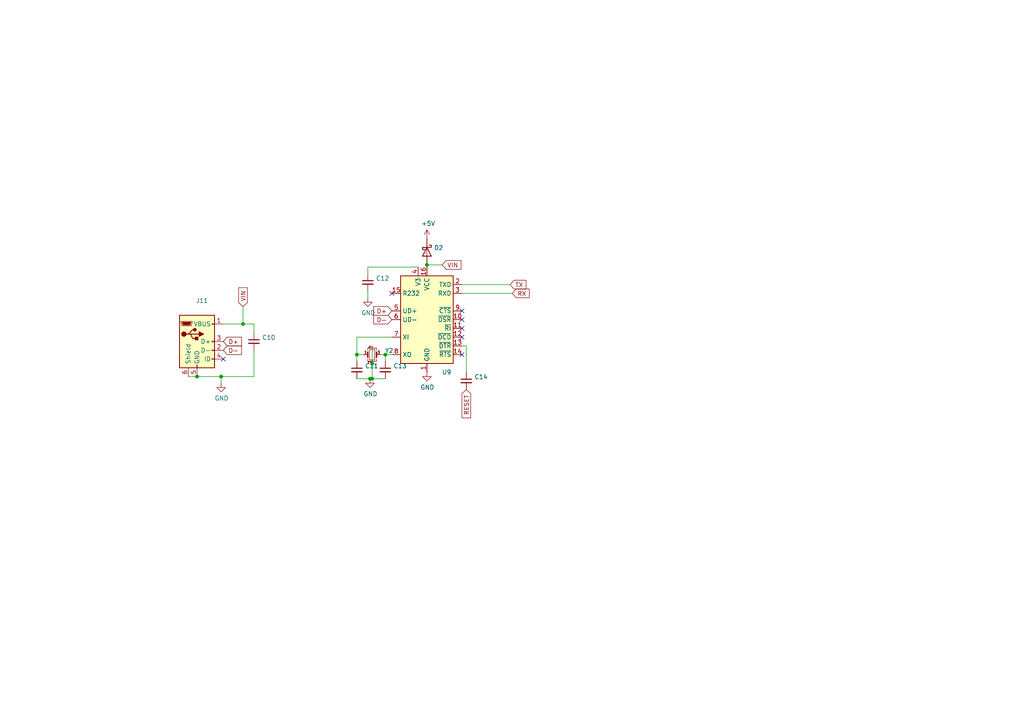
<source format=kicad_sch>
(kicad_sch (version 20211123) (generator eeschema)
  (paper "A4")
  (lib_symbols
    (symbol "Connector:USB_B_Micro" (pin_names (offset 1.016))
      (property "Reference" "J" (at -5.08 11.43 0))
      (property "Value" "USB_B_Micro" (at -5.08 8.89 0))
      (symbol "USB_B_Micro_0_1"
        (rectangle (start -5.08 -7.62) (end 5.08 7.62) (stroke (width 0.254)) (fill (type background)))
        (circle (center -3.81 2.159) (radius 0.635) (stroke (width 0.254)) (fill (type outline)))
        (circle (center -0.635 3.429) (radius 0.381) (stroke (width 0.254)) (fill (type outline)))
        (rectangle (start -0.127 -7.62) (end 0.127 -6.858))
        (polyline (pts (xy -1.905 2.159) (xy 0.635 2.159)) (stroke (width 0.254)))
        (polyline (pts (xy -3.175 2.159) (xy -2.54 2.159) (xy -1.27 3.429) (xy -0.635 3.429)) (stroke (width 0.254)))
        (polyline (pts (xy -2.54 2.159) (xy -1.905 2.159) (xy -1.27 0.889) (xy 0 0.889)) (stroke (width 0.254)))
        (polyline (pts (xy 0.635 2.794) (xy 0.635 1.524) (xy 1.905 2.159) (xy 0.635 2.794)) (stroke (width 0.254)) (fill (type outline)))
        (polyline (pts (xy -4.318 5.588) (xy -1.778 5.588) (xy -2.032 4.826) (xy -4.064 4.826) (xy -4.318 5.588)) (fill (type outline)))
        (polyline (pts (xy -4.699 5.842) (xy -4.699 5.588) (xy -4.445 4.826) (xy -4.445 4.572) (xy -1.651 4.572) (xy -1.651 4.826) (xy -1.397 5.588) (xy -1.397 5.842) (xy -4.699 5.842)))
        (rectangle (start 0.254 1.27) (end -0.508 0.508) (stroke (width 0.254)) (fill (type outline)))
        (rectangle (start 5.08 -5.207) (end 4.318 -4.953))
        (rectangle (start 5.08 -2.667) (end 4.318 -2.413))
        (rectangle (start 5.08 -0.127) (end 4.318 0.127))
        (rectangle (start 5.08 4.953) (end 4.318 5.207))
      )
      (symbol "USB_B_Micro_1_1"
        (pin power_out line (at 7.62 5.08 180) (length 2.54) (name "VBUS") (number "1"))
        (pin bidirectional line (at 7.62 -2.54 180) (length 2.54) (name "D-") (number "2"))
        (pin bidirectional line (at 7.62 0 180) (length 2.54) (name "D+") (number "3"))
        (pin passive line (at 7.62 -5.08 180) (length 2.54) (name "ID") (number "4"))
        (pin power_out line (at 0 -10.16 90) (length 2.54) (name "GND") (number "5"))
        (pin passive line (at -2.54 -10.16 90) (length 2.54) (name "Shield") (number "6"))
      )
    )
    (symbol "Device:C_Small" (pin_numbers hide) (pin_names (offset 0.254) hide)
      (property "Reference" "C" (at 0.254 1.778 0))
      (property "Value" "C_Small" (at 0.254 -2.032 0))
      (symbol "C_Small_0_1"
        (polyline (pts (xy -1.524 -0.508) (xy 1.524 -0.508)) (stroke (width 0.3302)))
        (polyline (pts (xy -1.524 0.508) (xy 1.524 0.508)) (stroke (width 0.3048)))
      )
      (symbol "C_Small_1_1"
        (pin passive line (at 0 2.54 270) (length 2.032) (name "~") (number "1"))
        (pin passive line (at 0 -2.54 90) (length 2.032) (name "~") (number "2"))
      )
    )
    (symbol "Device:Crystal_GND24_Small" (pin_names (offset 1.016) hide)
      (property "Reference" "Y" (at 1.27 4.445 0))
      (property "Value" "Crystal_GND24_Small" (at 1.27 2.54 0))
      (symbol "Crystal_GND24_Small_0_1"
        (rectangle (start -0.762 -1.524) (end 0.762 1.524))
        (polyline (pts (xy -1.27 -0.762) (xy -1.27 0.762)) (stroke (width 0.381)))
        (polyline (pts (xy 1.27 -0.762) (xy 1.27 0.762)) (stroke (width 0.381)))
        (polyline (pts (xy -1.27 -1.27) (xy -1.27 -1.905) (xy 1.27 -1.905) (xy 1.27 -1.27)))
        (polyline (pts (xy -1.27 1.27) (xy -1.27 1.905) (xy 1.27 1.905) (xy 1.27 1.27)))
      )
      (symbol "Crystal_GND24_Small_1_1"
        (pin passive line (at -2.54 0 0) (length 1.27) (name "1") (number "1"))
        (pin passive line (at 0 -2.54 90) (length 0.635) (name "2") (number "2"))
        (pin passive line (at 2.54 0 180) (length 1.27) (name "3") (number "3"))
        (pin passive line (at 0 2.54 270) (length 0.635) (name "4") (number "4"))
      )
    )
    (symbol "Diode:1N5819" (pin_numbers hide) (pin_names (offset 1.016) hide)
      (property "Reference" "D" (at 0 2.54 0))
      (property "Value" "1N5819" (at 0 -2.54 0))
      (symbol "1N5819_0_1"
        (polyline (pts (xy 1.27 0) (xy -1.27 0)))
        (polyline (pts (xy 1.27 1.27) (xy 1.27 -1.27) (xy -1.27 0) (xy 1.27 1.27)) (stroke (width 0.254)))
        (polyline (pts (xy -1.905 0.635) (xy -1.905 1.27) (xy -1.27 1.27) (xy -1.27 -1.27) (xy -0.635 -1.27) (xy -0.635 -0.635)) (stroke (width 0.254)))
      )
      (symbol "1N5819_1_1"
        (pin passive line (at -3.81 0 0) (length 2.54) (name "K") (number "1"))
        (pin passive line (at 3.81 0 180) (length 2.54) (name "A") (number "2"))
      )
    )
    (symbol "Interface_USB:CH340G"
      (property "Reference" "U" (at -5.08 13.97 0))
      (property "Value" "CH340G" (at 1.27 13.97 0))
      (symbol "CH340G_0_1"
        (rectangle (start -7.62 12.7) (end 7.62 -12.7) (stroke (width 0.254)) (fill (type background)))
      )
      (symbol "CH340G_1_1"
        (pin power_in line (at 0 -15.24 90) (length 2.54) (name "GND") (number "1"))
        (pin input line (at 10.16 0 180) (length 2.54) (name "~{DSR}") (number "10"))
        (pin input line (at 10.16 -2.54 180) (length 2.54) (name "~{RI}") (number "11"))
        (pin input line (at 10.16 -5.08 180) (length 2.54) (name "~{DCD}") (number "12"))
        (pin output line (at 10.16 -7.62 180) (length 2.54) (name "~{DTR}") (number "13"))
        (pin output line (at 10.16 -10.16 180) (length 2.54) (name "~{RTS}") (number "14"))
        (pin input line (at -10.16 7.62 0) (length 2.54) (name "R232") (number "15"))
        (pin power_in line (at 0 15.24 270) (length 2.54) (name "VCC") (number "16"))
        (pin output line (at 10.16 10.16 180) (length 2.54) (name "TXD") (number "2"))
        (pin input line (at 10.16 7.62 180) (length 2.54) (name "RXD") (number "3"))
        (pin passive line (at -2.54 15.24 270) (length 2.54) (name "V3") (number "4"))
        (pin bidirectional line (at -10.16 2.54 0) (length 2.54) (name "UD+") (number "5"))
        (pin bidirectional line (at -10.16 0 0) (length 2.54) (name "UD-") (number "6"))
        (pin input line (at -10.16 -5.08 0) (length 2.54) (name "XI") (number "7"))
        (pin output line (at -10.16 -10.16 0) (length 2.54) (name "XO") (number "8"))
        (pin input line (at 10.16 2.54 180) (length 2.54) (name "~{CTS}") (number "9"))
      )
    )
    (symbol "power:+5V" (power) (pin_names (offset 0))
      (property "Value" "+5V" (at 0 3.556 0))
      (symbol "+5V_0_1"
        (polyline (pts (xy -0.762 1.27) (xy 0 2.54)))
        (polyline (pts (xy 0 0) (xy 0 2.54)))
        (polyline (pts (xy 0 2.54) (xy 0.762 1.27)))
      )
      (symbol "+5V_1_1"
        (pin power_in line (at 0 0 90) (length 0) hide (name "+5V") (number "1"))
      )
    )
    (symbol "power:GND" (power) (pin_names (offset 0))
      (property "Value" "GND" (at 0 -3.81 0))
      (symbol "GND_0_1"
        (polyline (pts (xy 0 0) (xy 0 -1.27) (xy 1.27 -1.27) (xy 0 -2.54) (xy -1.27 -1.27) (xy 0 -1.27)))
      )
      (symbol "GND_1_1"
        (pin power_in line (at 0 0 270) (length 0) hide (name "GND") (number "1"))
      )
    )
  )
  (junction (at 70.485 93.98))
  (junction (at 111.76 102.87))
  (junction (at 107.95 109.855))
  (junction (at 123.825 76.835))
  (junction (at 57.15 109.22))
  (junction (at 107.95 105.41))
  (junction (at 103.505 102.87))
  (junction (at 64.135 109.22))
  (junction (at 107.315 109.855))
  (no_connect (at 113.665 85.09))
  (no_connect (at 133.985 95.25))
  (no_connect (at 133.985 92.71))
  (no_connect (at 133.985 90.17))
  (no_connect (at 133.985 97.79))
  (no_connect (at 133.985 102.87))
  (no_connect (at 64.77 104.14))
  (wire (pts (xy 133.985 82.55) (xy 147.955 82.55)))
  (wire (pts (xy 73.66 109.22) (xy 73.66 101.6)))
  (wire (pts (xy 107.95 109.855) (xy 111.76 109.855)))
  (wire (pts (xy 135.255 100.33) (xy 135.255 107.95)))
  (wire (pts (xy 123.825 77.47) (xy 123.825 76.835)))
  (wire (pts (xy 133.985 100.33) (xy 135.255 100.33)))
  (wire (pts (xy 107.95 100.33) (xy 107.95 105.41)))
  (wire (pts (xy 103.505 97.79) (xy 113.665 97.79)))
  (wire (pts (xy 103.505 104.775) (xy 103.505 102.87)))
  (wire (pts (xy 133.985 85.09) (xy 148.59 85.09)))
  (wire (pts (xy 106.68 77.47) (xy 106.68 79.375)))
  (wire (pts (xy 103.505 102.87) (xy 103.505 97.79)))
  (wire (pts (xy 107.95 105.41) (xy 107.95 109.855)))
  (wire (pts (xy 70.485 93.98) (xy 73.66 93.98)))
  (wire (pts (xy 106.68 84.455) (xy 106.68 86.36)))
  (wire (pts (xy 107.315 109.855) (xy 107.95 109.855)))
  (wire (pts (xy 111.76 102.87) (xy 113.665 102.87)))
  (wire (pts (xy 64.77 93.98) (xy 70.485 93.98)))
  (wire (pts (xy 121.285 77.47) (xy 106.68 77.47)))
  (wire (pts (xy 57.15 109.22) (xy 64.135 109.22)))
  (wire (pts (xy 103.505 109.855) (xy 107.315 109.855)))
  (wire (pts (xy 54.61 109.22) (xy 57.15 109.22)))
  (wire (pts (xy 111.76 104.775) (xy 111.76 102.87)))
  (wire (pts (xy 73.66 93.98) (xy 73.66 96.52)))
  (wire (pts (xy 64.135 109.22) (xy 64.135 111.125)))
  (wire (pts (xy 70.485 88.9) (xy 70.485 93.98)))
  (wire (pts (xy 64.135 109.22) (xy 73.66 109.22)))
  (wire (pts (xy 110.49 102.87) (xy 111.76 102.87)))
  (wire (pts (xy 123.825 76.835) (xy 128.27 76.835)))
  (wire (pts (xy 103.505 102.87) (xy 105.41 102.87)))
  (global_label "RESET" (shape input) (at 135.255 113.03 270) (property "插入图纸页参考" "${INTERSHEET_REFS}" (effects hide)))
  (global_label "D+" (shape input) (at 113.665 90.17 180) (property "插入图纸页参考" "${INTERSHEET_REFS}" (effects hide)))
  (global_label "D-" (shape input) (at 113.665 92.71 180) (property "插入图纸页参考" "${INTERSHEET_REFS}" (effects hide)))
  (global_label "VIN" (shape input) (at 128.27 76.835 0) (property "插入图纸页参考" "${INTERSHEET_REFS}" (effects hide)))
  (global_label "VIN" (shape input) (at 70.485 88.9 90) (property "插入图纸页参考" "${INTERSHEET_REFS}" (effects hide)))
  (global_label "TX" (shape input) (at 147.955 82.55 0) (property "插入图纸页参考" "${INTERSHEET_REFS}" (effects hide)))
  (global_label "D+" (shape input) (at 64.77 99.06 0) (property "插入图纸页参考" "${INTERSHEET_REFS}" (effects hide)))
  (global_label "D-" (shape input) (at 64.77 101.6 0) (property "插入图纸页参考" "${INTERSHEET_REFS}" (effects hide)))
  (global_label "RX" (shape input) (at 148.59 85.09 0) (property "插入图纸页参考" "${INTERSHEET_REFS}" (effects hide)))
  (symbol (lib_id "Connector:USB_B_Micro") (at 57.15 99.06 0) (unit 1)
    (property "Reference" "J11" (at 58.5978 87.1982 0))
  )
  (symbol (lib_id "Interface_USB:CH340G") (at 123.825 92.71 0) (unit 1)
    (property "Reference" "U9" (at 129.54 107.95 0))
    (property "Datasheet" "http://www.datasheet5.com/pdf-local-2195953" (effects hide))
  )
  (symbol (lib_id "Device:C_Small") (at 73.66 99.06 0) (unit 1)
    (property "Reference" "C10" (at 75.9968 97.8916 0) (effects (justify left)))
  )
  (symbol (lib_id "power:GND") (at 64.135 111.125 0) (unit 1)
    (property "Reference" "#PWR0129" (effects hide))
  )
  (symbol (lib_id "Device:Crystal_GND24_Small") (at 107.95 102.87 0) (unit 1)
    (property "Reference" "Y2" (at 111.6076 101.7016 0) (effects (justify left)))
  )
  (symbol (lib_id "Device:C_Small") (at 103.505 107.315 0) (unit 1)
    (property "Reference" "C11" (at 105.8418 106.1466 0) (effects (justify left)))
  )
  (symbol (lib_id "Device:C_Small") (at 111.76 107.315 0) (unit 1)
    (property "Reference" "C13" (at 114.0968 106.1466 0) (effects (justify left)))
  )
  (symbol (lib_id "power:GND") (at 107.315 109.855 0) (unit 1)
    (property "Reference" "#PWR0130" (effects hide))
  )
  (symbol (lib_id "Device:C_Small") (at 106.68 81.915 0) (unit 1)
    (property "Reference" "C12" (at 109.0168 80.7466 0) (effects (justify left)))
  )
  (symbol (lib_id "power:GND") (at 106.68 86.36 0) (unit 1)
    (property "Reference" "#PWR0132" (effects hide))
  )
  (symbol (lib_id "Diode:1N5819") (at 123.825 73.025 270) (unit 1)
    (property "Reference" "D2" (at 125.857 71.8566 90) (effects (justify left)))
    (property "Datasheet" "http://www.vishay.com/docs/88525/1n5817.pdf" (effects hide))
  )
  (symbol (lib_id "power:+5V") (at 123.825 69.215 0) (unit 1)
    (property "Reference" "#PWR0133" (effects hide))
  )
  (symbol (lib_id "power:GND") (at 123.825 107.95 0) (unit 1)
    (property "Reference" "#PWR0134" (effects hide))
  )
  (symbol (lib_id "Device:C_Small") (at 135.255 110.49 0) (unit 1)
    (property "Reference" "C14" (at 137.5918 109.3216 0) (effects (justify left)))
  )
)
</source>
